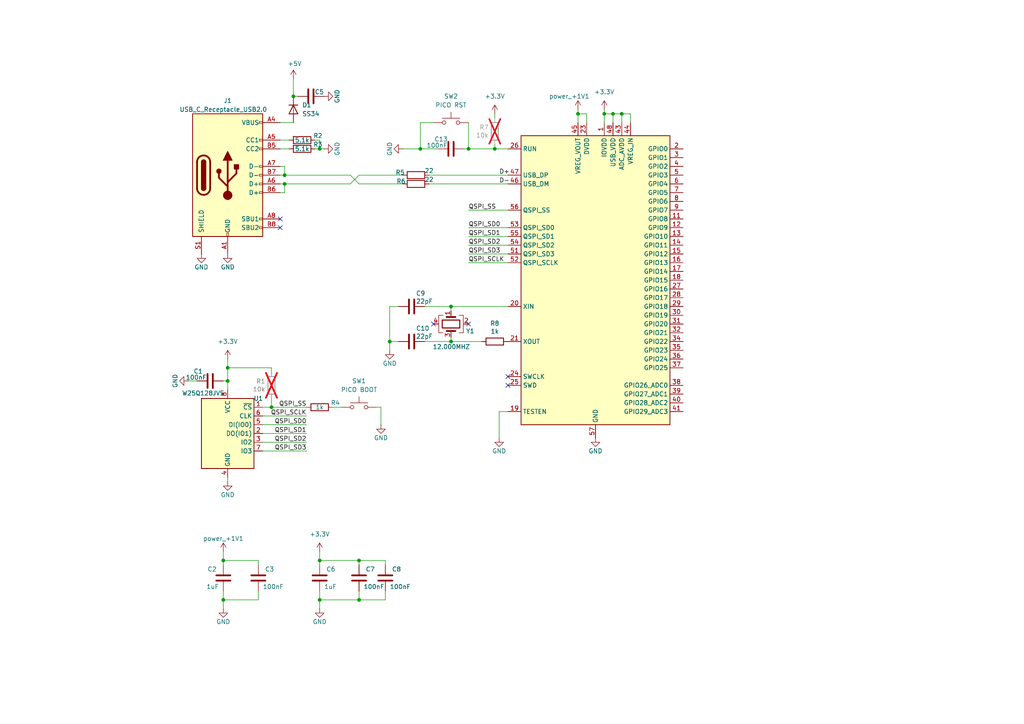
<source format=kicad_sch>
(kicad_sch (version 20231120) (generator "eeschema") (generator_version "8.0")
  (paper "A4")
  (lib_symbols
    (symbol "Connector:USB_C_Receptacle_USB2.0" (pin_names (offset 1.016))
      (property "Reference" "J" (at -10.16 19.05 0))
      (property "Value" "USB_C_Receptacle_USB2.0" (at 19.05 19.05 0))
      (symbol "USB_C_Receptacle_USB2.0_0_0"
        (rectangle (start -0.254 -17.78) (end 0.254 -16.764))
        (rectangle (start 10.16 -14.986) (end 9.144 -15.494))
        (rectangle (start 10.16 -12.446) (end 9.144 -12.954))
        (rectangle (start 10.16 -4.826) (end 9.144 -5.334))
        (rectangle (start 10.16 -2.286) (end 9.144 -2.794))
        (rectangle (start 10.16 0.254) (end 9.144 -0.254))
        (rectangle (start 10.16 2.794) (end 9.144 2.286))
        (rectangle (start 10.16 7.874) (end 9.144 7.366))
        (rectangle (start 10.16 10.414) (end 9.144 9.906))
        (rectangle (start 10.16 15.494) (end 9.144 14.986))
      )
      (symbol "USB_C_Receptacle_USB2.0_0_1"
        (rectangle (start -10.16 17.78) (end 10.16 -17.78) (stroke (width 0.254)) (fill (type background)))
        (arc (start -8.89 -3.81) (mid -6.985 -5.7067) (end -5.08 -3.81) (stroke (width 0.508)))
        (arc (start -7.62 -3.81) (mid -6.985 -4.4423) (end -6.35 -3.81) (stroke (width 0.254)))
        (arc (start -7.62 -3.81) (mid -6.985 -4.4423) (end -6.35 -3.81) (stroke (width 0.254)) (fill (type outline)))
        (rectangle (start -7.62 -3.81) (end -6.35 3.81) (stroke (width 0.254)) (fill (type outline)))
        (arc (start -6.35 3.81) (mid -6.985 4.4423) (end -7.62 3.81) (stroke (width 0.254)))
        (arc (start -6.35 3.81) (mid -6.985 4.4423) (end -7.62 3.81) (stroke (width 0.254)) (fill (type outline)))
        (arc (start -5.08 3.81) (mid -6.985 5.7067) (end -8.89 3.81) (stroke (width 0.508)))
        (circle (center -2.54 1.143) (radius 0.635) (stroke (width 0.254)) (fill (type outline)))
        (circle (center 0 -5.842) (radius 1.27) (fill (type outline)))
        (polyline (pts (xy -8.89 -3.81) (xy -8.89 3.81)) (stroke (width 0.508)))
        (polyline (pts (xy -5.08 3.81) (xy -5.08 -3.81)) (stroke (width 0.508)))
        (polyline (pts (xy 0 -5.842) (xy 0 4.318)) (stroke (width 0.508)))
        (polyline (pts (xy 0 -3.302) (xy -2.54 -0.762) (xy -2.54 0.508)) (stroke (width 0.508)))
        (polyline (pts (xy 0 -2.032) (xy 2.54 0.508) (xy 2.54 1.778)) (stroke (width 0.508)))
        (polyline (pts (xy -1.27 4.318) (xy 0 6.858) (xy 1.27 4.318) (xy -1.27 4.318)) (stroke (width 0.254)) (fill (type outline)))
        (rectangle (start 1.905 1.778) (end 3.175 3.048) (stroke (width 0.254)) (fill (type outline)))
      )
      (symbol "USB_C_Receptacle_USB2.0_1_1"
        (pin passive line (at 0 -22.86 90) (length 5.08) (name "GND") (number "A1"))
        (pin passive line (at 0 -22.86 90) (length 5.08) hide (name "GND") (number "A12"))
        (pin passive line (at 15.24 15.24 180) (length 5.08) (name "VBUS") (number "A4"))
        (pin bidirectional line (at 15.24 10.16 180) (length 5.08) (name "CC1") (number "A5"))
        (pin bidirectional line (at 15.24 -2.54 180) (length 5.08) (name "D+") (number "A6"))
        (pin bidirectional line (at 15.24 2.54 180) (length 5.08) (name "D-") (number "A7"))
        (pin bidirectional line (at 15.24 -12.7 180) (length 5.08) (name "SBU1") (number "A8"))
        (pin passive line (at 15.24 15.24 180) (length 5.08) hide (name "VBUS") (number "A9"))
        (pin passive line (at 0 -22.86 90) (length 5.08) hide (name "GND") (number "B1"))
        (pin passive line (at 0 -22.86 90) (length 5.08) hide (name "GND") (number "B12"))
        (pin passive line (at 15.24 15.24 180) (length 5.08) hide (name "VBUS") (number "B4"))
        (pin bidirectional line (at 15.24 7.62 180) (length 5.08) (name "CC2") (number "B5"))
        (pin bidirectional line (at 15.24 -5.08 180) (length 5.08) (name "D+") (number "B6"))
        (pin bidirectional line (at 15.24 0 180) (length 5.08) (name "D-") (number "B7"))
        (pin bidirectional line (at 15.24 -15.24 180) (length 5.08) (name "SBU2") (number "B8"))
        (pin passive line (at 15.24 15.24 180) (length 5.08) hide (name "VBUS") (number "B9"))
        (pin passive line (at -7.62 -22.86 90) (length 5.08) (name "SHIELD") (number "S1"))
      )
    )
    (symbol "Device:C" (pin_numbers hide) (pin_names (offset 0.254))
      (property "Reference" "C" (at 0.635 2.54 0))
      (property "Value" "C" (at 0.635 -2.54 0))
      (symbol "C_0_1"
        (polyline (pts (xy -2.032 -0.762) (xy 2.032 -0.762)) (stroke (width 0.508)))
        (polyline (pts (xy -2.032 0.762) (xy 2.032 0.762)) (stroke (width 0.508)))
      )
      (symbol "C_1_1"
        (pin passive line (at 0 3.81 270) (length 2.794) (name "~") (number "1"))
        (pin passive line (at 0 -3.81 90) (length 2.794) (name "~") (number "2"))
      )
    )
    (symbol "Device:Crystal_GND24" (pin_names (offset 1.016) hide)
      (property "Reference" "Y" (at 3.175 5.08 0))
      (property "Value" "Crystal_GND24" (at 3.175 3.175 0))
      (symbol "Crystal_GND24_0_1"
        (rectangle (start -1.143 2.54) (end 1.143 -2.54) (stroke (width 0.3048)))
        (polyline (pts (xy -2.54 0) (xy -2.032 0)))
        (polyline (pts (xy -2.032 -1.27) (xy -2.032 1.27)) (stroke (width 0.508)))
        (polyline (pts (xy 0 -3.81) (xy 0 -3.556)))
        (polyline (pts (xy 0 3.556) (xy 0 3.81)))
        (polyline (pts (xy 2.032 -1.27) (xy 2.032 1.27)) (stroke (width 0.508)))
        (polyline (pts (xy 2.032 0) (xy 2.54 0)))
        (polyline (pts (xy -2.54 -2.286) (xy -2.54 -3.556) (xy 2.54 -3.556) (xy 2.54 -2.286)))
        (polyline (pts (xy -2.54 2.286) (xy -2.54 3.556) (xy 2.54 3.556) (xy 2.54 2.286)))
      )
      (symbol "Crystal_GND24_1_1"
        (pin passive line (at -3.81 0 0) (length 1.27) (name "1") (number "1"))
        (pin passive line (at 0 5.08 270) (length 1.27) (name "2") (number "2"))
        (pin passive line (at 3.81 0 180) (length 1.27) (name "3") (number "3"))
        (pin passive line (at 0 -5.08 90) (length 1.27) (name "4") (number "4"))
      )
    )
    (symbol "Device:D" (pin_numbers hide) (pin_names (offset 1.016) hide)
      (property "Reference" "D" (at 0 2.54 0))
      (property "Value" "D" (at 0 -2.54 0))
      (symbol "D_0_1"
        (polyline (pts (xy -1.27 1.27) (xy -1.27 -1.27)) (stroke (width 0.254)))
        (polyline (pts (xy 1.27 0) (xy -1.27 0)))
        (polyline (pts (xy 1.27 1.27) (xy 1.27 -1.27) (xy -1.27 0) (xy 1.27 1.27)) (stroke (width 0.254)))
      )
      (symbol "D_1_1"
        (pin passive line (at -3.81 0 0) (length 2.54) (name "K") (number "1"))
        (pin passive line (at 3.81 0 180) (length 2.54) (name "A") (number "2"))
      )
    )
    (symbol "Device:R" (pin_numbers hide) (pin_names (offset 0))
      (property "Reference" "R" (at 2.032 0 90))
      (property "Value" "R" (at 0 0 90))
      (symbol "R_0_1"
        (rectangle (start -1.016 -2.54) (end 1.016 2.54) (stroke (width 0.254)))
      )
      (symbol "R_1_1"
        (pin passive line (at 0 3.81 270) (length 1.27) (name "~") (number "1"))
        (pin passive line (at 0 -3.81 90) (length 1.27) (name "~") (number "2"))
      )
    )
    (symbol "MCU_RaspberryPi:RP2040"
      (property "Reference" "U" (at 17.78 45.72 0))
      (property "Value" "RP2040" (at 17.78 43.18 0))
      (symbol "RP2040_0_1"
        (rectangle (start -21.59 41.91) (end 21.59 -41.91) (stroke (width 0.254)) (fill (type background)))
      )
      (symbol "RP2040_1_1"
        (pin power_in line (at 2.54 45.72 270) (length 3.81) (name "IOVDD") (number "1"))
        (pin passive line (at 2.54 45.72 270) (length 3.81) hide (name "IOVDD") (number "10"))
        (pin bidirectional line (at 25.4 17.78 180) (length 3.81) (name "GPIO8") (number "11"))
        (pin bidirectional line (at 25.4 15.24 180) (length 3.81) (name "GPIO9") (number "12"))
        (pin bidirectional line (at 25.4 12.7 180) (length 3.81) (name "GPIO10") (number "13"))
        (pin bidirectional line (at 25.4 10.16 180) (length 3.81) (name "GPIO11") (number "14"))
        (pin bidirectional line (at 25.4 7.62 180) (length 3.81) (name "GPIO12") (number "15"))
        (pin bidirectional line (at 25.4 5.08 180) (length 3.81) (name "GPIO13") (number "16"))
        (pin bidirectional line (at 25.4 2.54 180) (length 3.81) (name "GPIO14") (number "17"))
        (pin bidirectional line (at 25.4 0 180) (length 3.81) (name "GPIO15") (number "18"))
        (pin input line (at -25.4 -38.1 0) (length 3.81) (name "TESTEN") (number "19"))
        (pin bidirectional line (at 25.4 38.1 180) (length 3.81) (name "GPIO0") (number "2"))
        (pin input line (at -25.4 -7.62 0) (length 3.81) (name "XIN") (number "20"))
        (pin passive line (at -25.4 -17.78 0) (length 3.81) (name "XOUT") (number "21"))
        (pin passive line (at 2.54 45.72 270) (length 3.81) hide (name "IOVDD") (number "22"))
        (pin power_in line (at -2.54 45.72 270) (length 3.81) (name "DVDD") (number "23"))
        (pin input line (at -25.4 -27.94 0) (length 3.81) (name "SWCLK") (number "24"))
        (pin bidirectional line (at -25.4 -30.48 0) (length 3.81) (name "SWD") (number "25"))
        (pin input line (at -25.4 38.1 0) (length 3.81) (name "RUN") (number "26"))
        (pin bidirectional line (at 25.4 -2.54 180) (length 3.81) (name "GPIO16") (number "27"))
        (pin bidirectional line (at 25.4 -5.08 180) (length 3.81) (name "GPIO17") (number "28"))
        (pin bidirectional line (at 25.4 -7.62 180) (length 3.81) (name "GPIO18") (number "29"))
        (pin bidirectional line (at 25.4 35.56 180) (length 3.81) (name "GPIO1") (number "3"))
        (pin bidirectional line (at 25.4 -10.16 180) (length 3.81) (name "GPIO19") (number "30"))
        (pin bidirectional line (at 25.4 -12.7 180) (length 3.81) (name "GPIO20") (number "31"))
        (pin bidirectional line (at 25.4 -15.24 180) (length 3.81) (name "GPIO21") (number "32"))
        (pin passive line (at 2.54 45.72 270) (length 3.81) hide (name "IOVDD") (number "33"))
        (pin bidirectional line (at 25.4 -17.78 180) (length 3.81) (name "GPIO22") (number "34"))
        (pin bidirectional line (at 25.4 -20.32 180) (length 3.81) (name "GPIO23") (number "35"))
        (pin bidirectional line (at 25.4 -22.86 180) (length 3.81) (name "GPIO24") (number "36"))
        (pin bidirectional line (at 25.4 -25.4 180) (length 3.81) (name "GPIO25") (number "37"))
        (pin bidirectional line (at 25.4 -30.48 180) (length 3.81) (name "GPIO26_ADC0") (number "38"))
        (pin bidirectional line (at 25.4 -33.02 180) (length 3.81) (name "GPIO27_ADC1") (number "39"))
        (pin bidirectional line (at 25.4 33.02 180) (length 3.81) (name "GPIO2") (number "4"))
        (pin bidirectional line (at 25.4 -35.56 180) (length 3.81) (name "GPIO28_ADC2") (number "40"))
        (pin bidirectional line (at 25.4 -38.1 180) (length 3.81) (name "GPIO29_ADC3") (number "41"))
        (pin passive line (at 2.54 45.72 270) (length 3.81) hide (name "IOVDD") (number "42"))
        (pin power_in line (at 7.62 45.72 270) (length 3.81) (name "ADC_AVDD") (number "43"))
        (pin power_in line (at 10.16 45.72 270) (length 3.81) (name "VREG_IN") (number "44"))
        (pin power_out line (at -5.08 45.72 270) (length 3.81) (name "VREG_VOUT") (number "45"))
        (pin bidirectional line (at -25.4 27.94 0) (length 3.81) (name "USB_DM") (number "46"))
        (pin bidirectional line (at -25.4 30.48 0) (length 3.81) (name "USB_DP") (number "47"))
        (pin power_in line (at 5.08 45.72 270) (length 3.81) (name "USB_VDD") (number "48"))
        (pin passive line (at 2.54 45.72 270) (length 3.81) hide (name "IOVDD") (number "49"))
        (pin bidirectional line (at 25.4 30.48 180) (length 3.81) (name "GPIO3") (number "5"))
        (pin passive line (at -2.54 45.72 270) (length 3.81) hide (name "DVDD") (number "50"))
        (pin bidirectional line (at -25.4 7.62 0) (length 3.81) (name "QSPI_SD3") (number "51"))
        (pin output line (at -25.4 5.08 0) (length 3.81) (name "QSPI_SCLK") (number "52"))
        (pin bidirectional line (at -25.4 15.24 0) (length 3.81) (name "QSPI_SD0") (number "53"))
        (pin bidirectional line (at -25.4 10.16 0) (length 3.81) (name "QSPI_SD2") (number "54"))
        (pin bidirectional line (at -25.4 12.7 0) (length 3.81) (name "QSPI_SD1") (number "55"))
        (pin bidirectional line (at -25.4 20.32 0) (length 3.81) (name "QSPI_SS") (number "56"))
        (pin power_in line (at 0 -45.72 90) (length 3.81) (name "GND") (number "57"))
        (pin bidirectional line (at 25.4 27.94 180) (length 3.81) (name "GPIO4") (number "6"))
        (pin bidirectional line (at 25.4 25.4 180) (length 3.81) (name "GPIO5") (number "7"))
        (pin bidirectional line (at 25.4 22.86 180) (length 3.81) (name "GPIO6") (number "8"))
        (pin bidirectional line (at 25.4 20.32 180) (length 3.81) (name "GPIO7") (number "9"))
      )
    )
    (symbol "Memory_Flash:W25Q128JVS"
      (property "Reference" "U" (at -8.89 8.89 0))
      (property "Value" "W25Q128JVS" (at 7.62 8.89 0))
      (symbol "W25Q128JVS_0_1"
        (rectangle (start -7.62 10.16) (end 7.62 -10.16) (stroke (width 0.254)) (fill (type background)))
      )
      (symbol "W25Q128JVS_1_1"
        (pin input line (at -10.16 7.62 0) (length 2.54) (name "~{CS}") (number "1"))
        (pin bidirectional line (at -10.16 0 0) (length 2.54) (name "DO(IO1)") (number "2"))
        (pin bidirectional line (at -10.16 -2.54 0) (length 2.54) (name "IO2") (number "3"))
        (pin power_in line (at 0 -12.7 90) (length 2.54) (name "GND") (number "4"))
        (pin bidirectional line (at -10.16 2.54 0) (length 2.54) (name "DI(IO0)") (number "5"))
        (pin input line (at -10.16 5.08 0) (length 2.54) (name "CLK") (number "6"))
        (pin bidirectional line (at -10.16 -5.08 0) (length 2.54) (name "IO3") (number "7"))
        (pin power_in line (at 0 12.7 270) (length 2.54) (name "VCC") (number "8"))
      )
    )
    (symbol "Switch:SW_Push" (pin_numbers hide) (pin_names (offset 1.016) hide)
      (property "Reference" "SW" (at 1.27 2.54 0))
      (property "Value" "SW_Push" (at 0 -1.524 0))
      (symbol "SW_Push_0_1"
        (circle (center -2.032 0) (radius 0.508))
        (polyline (pts (xy 0 1.27) (xy 0 3.048)))
        (polyline (pts (xy 2.54 1.27) (xy -2.54 1.27)))
        (circle (center 2.032 0) (radius 0.508))
        (pin passive line (at -5.08 0 0) (length 2.54) (name "1") (number "1"))
        (pin passive line (at 5.08 0 180) (length 2.54) (name "2") (number "2"))
      )
    )
    (symbol "basic-ecp5-pcb-rescue:+1V1-power" (power) (pin_names (offset 0))
      (property "Value" "power_+1V1" (at 0 3.556 0))
      (symbol "+1V1-power_0_1"
        (polyline (pts (xy -0.762 1.27) (xy 0 2.54)))
        (polyline (pts (xy 0 0) (xy 0 2.54)))
        (polyline (pts (xy 0 2.54) (xy 0.762 1.27)))
      )
      (symbol "+1V1-power_1_1"
        (pin power_in line (at 0 0 90) (length 0) hide (name "+1V1") (number "1"))
      )
    )
    (symbol "basic-ecp5-pcb-rescue:+5V-power" (power) (pin_names (offset 0))
      (property "Value" "power_+5V" (at 0 3.556 0))
      (symbol "+5V-power_0_1"
        (polyline (pts (xy -0.762 1.27) (xy 0 2.54)))
        (polyline (pts (xy 0 0) (xy 0 2.54)))
        (polyline (pts (xy 0 2.54) (xy 0.762 1.27)))
      )
      (symbol "+5V-power_1_1"
        (pin power_in line (at 0 0 90) (length 0) hide (name "+5V") (number "1"))
      )
    )
    (symbol "power:+3.3V" (power) (pin_numbers hide) (pin_names (offset 0) hide)
      (property "Value" "+3.3V" (at 0 3.556 0))
      (symbol "+3.3V_0_1"
        (polyline (pts (xy -0.762 1.27) (xy 0 2.54)))
        (polyline (pts (xy 0 0) (xy 0 2.54)))
        (polyline (pts (xy 0 2.54) (xy 0.762 1.27)))
      )
      (symbol "+3.3V_1_1"
        (pin power_in line (at 0 0 90) (length 0) (name "~") (number "1"))
      )
    )
    (symbol "power:GND" (power) (pin_numbers hide) (pin_names (offset 0) hide)
      (property "Value" "GND" (at 0 -3.81 0))
      (symbol "GND_0_1"
        (polyline (pts (xy 0 0) (xy 0 -1.27) (xy 1.27 -1.27) (xy 0 -2.54) (xy -1.27 -1.27) (xy 0 -1.27)))
      )
      (symbol "GND_1_1"
        (pin power_in line (at 0 0 270) (length 0) (name "~") (number "1"))
      )
    )
  )
  (junction (at 64.77 173.99))
  (junction (at 143.51 43.18))
  (junction (at 92.71 173.99))
  (junction (at 92.71 43.18))
  (junction (at 130.81 99.06))
  (junction (at 92.71 162.56))
  (junction (at 130.81 88.9))
  (junction (at 66.04 106.68))
  (junction (at 78.74 118.11))
  (junction (at 177.8 33.02))
  (junction (at 82.55 53.34))
  (junction (at 175.26 33.02))
  (junction (at 66.04 110.49))
  (junction (at 113.03 99.06))
  (junction (at 64.77 162.56))
  (junction (at 104.14 173.99))
  (junction (at 167.64 33.02))
  (junction (at 121.92 43.18))
  (junction (at 104.14 162.56))
  (junction (at 135.89 43.18))
  (junction (at 85.09 27.94))
  (junction (at 180.34 33.02))
  (junction (at 82.55 50.8))
  (no_connect (at 135.89 93.98))
  (no_connect (at 81.28 63.5))
  (no_connect (at 81.28 66.04))
  (no_connect (at 147.32 111.76))
  (no_connect (at 147.32 109.22))
  (no_connect (at 125.73 93.98))
  (wire (pts (xy 180.34 33.02) (xy 177.8 33.02)))
  (wire (pts (xy 74.93 171.45) (xy 74.93 173.99)))
  (wire (pts (xy 104.14 171.45) (xy 104.14 173.99)))
  (wire (pts (xy 130.81 99.06) (xy 139.7 99.06)))
  (wire (pts (xy 123.19 88.9) (xy 130.81 88.9)))
  (wire (pts (xy 83.82 43.18) (xy 81.28 43.18)))
  (wire (pts (xy 81.28 35.56) (xy 85.09 35.56)))
  (wire (pts (xy 82.55 50.8) (xy 81.28 50.8)))
  (wire (pts (xy 113.03 99.06) (xy 113.03 101.6)))
  (wire (pts (xy 182.88 33.02) (xy 180.34 33.02)))
  (wire (pts (xy 144.78 119.38) (xy 147.32 119.38)))
  (wire (pts (xy 92.71 176.53) (xy 92.71 173.99)))
  (wire (pts (xy 64.77 173.99) (xy 64.77 171.45)))
  (wire (pts (xy 170.18 33.02) (xy 167.64 33.02)))
  (wire (pts (xy 111.76 171.45) (xy 111.76 173.99)))
  (wire (pts (xy 180.34 33.02) (xy 180.34 35.56)))
  (wire (pts (xy 121.92 43.18) (xy 121.92 35.56)))
  (wire (pts (xy 85.09 27.94) (xy 85.09 22.86)))
  (wire (pts (xy 101.6 53.34) (xy 104.14 50.8)))
  (wire (pts (xy 104.14 162.56) (xy 111.76 162.56)))
  (wire (pts (xy 64.77 162.56) (xy 74.93 162.56)))
  (wire (pts (xy 110.49 118.11) (xy 109.22 118.11)))
  (wire (pts (xy 66.04 110.49) (xy 66.04 113.03)))
  (wire (pts (xy 78.74 107.95) (xy 78.74 106.68)))
  (wire (pts (xy 66.04 104.14) (xy 66.04 106.68)))
  (wire (pts (xy 110.49 123.19) (xy 110.49 118.11)))
  (wire (pts (xy 76.2 130.81) (xy 88.9 130.81)))
  (wire (pts (xy 175.26 33.02) (xy 175.26 35.56)))
  (wire (pts (xy 99.06 118.11) (xy 96.52 118.11)))
  (wire (pts (xy 88.9 120.65) (xy 76.2 120.65)))
  (wire (pts (xy 130.81 88.9) (xy 147.32 88.9)))
  (wire (pts (xy 64.77 110.49) (xy 66.04 110.49)))
  (wire (pts (xy 66.04 138.43) (xy 66.04 139.7)))
  (wire (pts (xy 81.28 55.88) (xy 82.55 55.88)))
  (wire (pts (xy 175.26 31.75) (xy 175.26 33.02)))
  (wire (pts (xy 177.8 33.02) (xy 175.26 33.02)))
  (wire (pts (xy 104.14 162.56) (xy 104.14 163.83)))
  (wire (pts (xy 135.89 73.66) (xy 147.32 73.66)))
  (wire (pts (xy 143.51 33.02) (xy 143.51 34.29)))
  (wire (pts (xy 130.81 90.17) (xy 130.81 88.9)))
  (wire (pts (xy 82.55 53.34) (xy 101.6 53.34)))
  (wire (pts (xy 135.89 68.58) (xy 147.32 68.58)))
  (wire (pts (xy 167.64 31.75) (xy 167.64 33.02)))
  (wire (pts (xy 144.78 127) (xy 144.78 119.38)))
  (wire (pts (xy 64.77 160.02) (xy 64.77 162.56)))
  (wire (pts (xy 81.28 48.26) (xy 82.55 48.26)))
  (wire (pts (xy 92.71 162.56) (xy 92.71 163.83)))
  (wire (pts (xy 92.71 173.99) (xy 92.71 171.45)))
  (wire (pts (xy 92.71 160.02) (xy 92.71 162.56)))
  (wire (pts (xy 135.89 71.12) (xy 147.32 71.12)))
  (wire (pts (xy 76.2 123.19) (xy 88.9 123.19)))
  (wire (pts (xy 88.9 118.11) (xy 78.74 118.11)))
  (wire (pts (xy 74.93 173.99) (xy 64.77 173.99)))
  (wire (pts (xy 135.89 66.04) (xy 147.32 66.04)))
  (wire (pts (xy 92.71 162.56) (xy 104.14 162.56)))
  (wire (pts (xy 111.76 173.99) (xy 104.14 173.99)))
  (wire (pts (xy 135.89 43.18) (xy 143.51 43.18)))
  (wire (pts (xy 64.77 162.56) (xy 64.77 163.83)))
  (wire (pts (xy 76.2 118.11) (xy 78.74 118.11)))
  (wire (pts (xy 83.82 40.64) (xy 81.28 40.64)))
  (wire (pts (xy 135.89 35.56) (xy 135.89 43.18)))
  (wire (pts (xy 104.14 53.34) (xy 101.6 50.8)))
  (wire (pts (xy 123.19 99.06) (xy 130.81 99.06)))
  (wire (pts (xy 115.57 88.9) (xy 113.03 88.9)))
  (wire (pts (xy 124.46 50.8) (xy 147.32 50.8)))
  (wire (pts (xy 81.28 53.34) (xy 82.55 53.34)))
  (wire (pts (xy 82.55 50.8) (xy 101.6 50.8)))
  (wire (pts (xy 104.14 50.8) (xy 116.84 50.8)))
  (wire (pts (xy 135.89 60.96) (xy 147.32 60.96)))
  (wire (pts (xy 91.44 40.64) (xy 92.71 40.64)))
  (wire (pts (xy 143.51 43.18) (xy 143.51 41.91)))
  (wire (pts (xy 111.76 162.56) (xy 111.76 163.83)))
  (wire (pts (xy 91.44 43.18) (xy 92.71 43.18)))
  (wire (pts (xy 116.84 43.18) (xy 121.92 43.18)))
  (wire (pts (xy 76.2 125.73) (xy 88.9 125.73)))
  (wire (pts (xy 130.81 97.79) (xy 130.81 99.06)))
  (wire (pts (xy 135.89 76.2) (xy 147.32 76.2)))
  (wire (pts (xy 167.64 33.02) (xy 167.64 35.56)))
  (wire (pts (xy 104.14 173.99) (xy 92.71 173.99)))
  (wire (pts (xy 121.92 35.56) (xy 125.73 35.56)))
  (wire (pts (xy 74.93 162.56) (xy 74.93 163.83)))
  (wire (pts (xy 78.74 106.68) (xy 66.04 106.68)))
  (wire (pts (xy 134.62 43.18) (xy 135.89 43.18)))
  (wire (pts (xy 121.92 43.18) (xy 127 43.18)))
  (wire (pts (xy 177.8 33.02) (xy 177.8 35.56)))
  (wire (pts (xy 147.32 53.34) (xy 124.46 53.34)))
  (wire (pts (xy 92.71 40.64) (xy 92.71 43.18)))
  (wire (pts (xy 66.04 106.68) (xy 66.04 110.49)))
  (wire (pts (xy 147.32 43.18) (xy 143.51 43.18)))
  (wire (pts (xy 113.03 88.9) (xy 113.03 99.06)))
  (wire (pts (xy 170.18 35.56) (xy 170.18 33.02)))
  (wire (pts (xy 92.71 43.18) (xy 93.98 43.18)))
  (wire (pts (xy 64.77 176.53) (xy 64.77 173.99)))
  (wire (pts (xy 116.84 53.34) (xy 104.14 53.34)))
  (wire (pts (xy 54.61 110.49) (xy 57.15 110.49)))
  (wire (pts (xy 78.74 118.11) (xy 78.74 115.57)))
  (wire (pts (xy 76.2 128.27) (xy 88.9 128.27)))
  (wire (pts (xy 82.55 53.34) (xy 82.55 55.88)))
  (wire (pts (xy 85.09 27.94) (xy 86.36 27.94)))
  (wire (pts (xy 115.57 99.06) (xy 113.03 99.06)))
  (wire (pts (xy 82.55 48.26) (xy 82.55 50.8)))
  (wire (pts (xy 182.88 35.56) (xy 182.88 33.02)))
  (label "QSPI_SD1" (at 88.9 125.73 180))
  (label "QSPI_SS" (at 88.9 118.11 180))
  (label "D-" (at 144.78 53.34 0))
  (label "QSPI_SD0" (at 135.89 66.04 0))
  (label "D+" (at 144.78 50.8 0))
  (label "QSPI_SD1" (at 135.89 68.58 0))
  (label "QSPI_SD3" (at 135.89 73.66 0))
  (label "QSPI_SD2" (at 135.89 71.12 0))
  (label "QSPI_SD3" (at 88.9 130.81 180))
  (label "QSPI_SCLK" (at 135.89 76.2 0))
  (label "QSPI_SD0" (at 88.9 123.19 180))
  (label "QSPI_SS" (at 135.89 60.96 0))
  (label "QSPI_SCLK" (at 88.9 120.65 180))
  (label "QSPI_SD2" (at 88.9 128.27 180))
  (symbol (lib_id "Device:C") (at 92.71 167.64 0) (unit 1)
    (property "Reference" "C6" (at 94.615 165.1 0) (effects (justify left)))
    (property "Value" "1uF" (at 93.98 170.18 0) (effects (justify left)))
    (property "Footprint" "Capacitor_SMD:C_0402_1005Metric" (effects (hide yes)))
    (property "Description" "Unpolarized capacitor" (effects (hide yes)))
    (property "PN" "C0603C105K3PAC7411" (effects (hide yes)))
    (property "JLCPCB Part#(optional)" "C52923" (effects (hide yes)))
  )
  (symbol (lib_id "Device:R") (at 120.65 53.34 270) (unit 1)
    (property "Reference" "R6" (at 116.332 52.578 90))
    (property "Value" "22" (at 124.46 52.07 90))
    (property "Footprint" "Resistor_SMD:R_0402_1005Metric" (effects (hide yes)))
    (property "Description" "Resistor" (effects (hide yes)))
    (property "PN" "-" (effects (hide yes)))
    (property "JLCPCB Part#(optional)" "C25092" (effects (hide yes)))
  )
  (symbol (lib_id "basic-ecp5-pcb-rescue:+1V1-power") (at 64.77 160.02 0) (unit 1)
    (property "Reference" "#PWR03" (effects (hide yes)))
    (property "Value" "power_+1V1" (at 64.77 156.21 0))
  )
  (symbol (lib_id "Device:R") (at 143.51 38.1 0) (mirror y) (unit 1) (dnp yes)
    (property "Reference" "R7" (at 141.732 36.9316 0) (effects (justify left)))
    (property "Value" "10k" (at 141.732 39.243 0) (effects (justify left)))
    (property "Footprint" "Resistor_SMD:R_0402_1005Metric" (effects (hide yes)))
    (property "Description" "Resistor" (effects (hide yes)))
    (property "PN" "RC0603JR-0710KL" (effects (hide yes)))
    (property "JLCPCB Part#(optional)" "C25744" (effects (hide yes)))
  )
  (symbol (lib_id "power:GND") (at 58.42 73.66 0) (unit 1)
    (property "Reference" "#PWR02" (effects (hide yes)))
    (property "Value" "GND" (at 58.42 77.47 0))
    (property "Description" "Power symbol creates a global label with name \"GND\" , ground" (effects (hide yes)))
  )
  (symbol (lib_id "power:GND") (at 93.98 27.94 90) (unit 1)
    (property "Reference" "#PWR011" (effects (hide yes)))
    (property "Value" "GND" (at 97.79 27.94 0))
    (property "Description" "Power symbol creates a global label with name \"GND\" , ground" (effects (hide yes)))
  )
  (symbol (lib_id "Device:Crystal_GND24") (at 130.81 93.98 270) (unit 1)
    (property "Reference" "Y1" (at 135.128 96.012 90) (effects (justify left)))
    (property "Value" "12.000MHZ" (at 125.476 100.584 90) (effects (justify left)))
    (property "Footprint" "Crystal:Crystal_SMD_Abracon_ABM10-4Pin_2.5x2.0mm" (effects (hide yes)))
    (property "Description" "Four pin crystal, GND on pins 2 and 4" (effects (hide yes)))
    (property "PN" "X252012MMB4SI-24" (effects (hide yes)))
    (property "JLCPCB Part#(optional)" "C284155" (effects (hide yes)))
  )
  (symbol (lib_id "Device:C") (at 74.93 167.64 0) (unit 1)
    (property "Reference" "C3" (at 76.835 165.1 0) (effects (justify left)))
    (property "Value" "100nF" (at 76.2 170.18 0) (effects (justify left)))
    (property "Footprint" "Capacitor_SMD:C_0402_1005Metric" (effects (hide yes)))
    (property "Description" "Unpolarized capacitor" (effects (hide yes)))
    (property "PN" "VJ0603Y104JXJAC" (effects (hide yes)))
    (property "JLCPCB Part#(optional)" "C1525" (effects (hide yes)))
  )
  (symbol (lib_id "power:GND") (at 66.04 139.7 0) (mirror y) (unit 1)
    (property "Reference" "#PWR07" (effects (hide yes)))
    (property "Value" "GND" (at 66.04 143.51 0))
    (property "Description" "Power symbol creates a global label with name \"GND\" , ground" (effects (hide yes)))
  )
  (symbol (lib_id "Switch:SW_Push") (at 104.14 118.11 0) (mirror y) (unit 1)
    (property "Reference" "SW1" (at 104.14 110.49 0))
    (property "Value" "PICO BOOT" (at 104.14 113.03 0))
    (property "Footprint" "Button_Switch_SMD:SW_SPST_B3U-1000P" (effects (hide yes)))
    (property "Description" "Push button switch, generic, two pins" (effects (hide yes)))
    (property "JLCPCB Part#(optional)" "C231329" (effects (hide yes)))
  )
  (symbol (lib_id "Device:R") (at 143.51 99.06 270) (unit 1)
    (property "Reference" "R8" (at 143.51 93.8022 90))
    (property "Value" "1k" (at 143.51 96.1136 90))
    (property "Footprint" "Resistor_SMD:R_0402_1005Metric" (effects (hide yes)))
    (property "Description" "Resistor" (effects (hide yes)))
    (property "PN" "RC0603JR-071KL" (effects (hide yes)))
    (property "JLCPCB Part#(optional)" "C11702" (effects (hide yes)))
  )
  (symbol (lib_id "Switch:SW_Push") (at 130.81 35.56 0) (mirror y) (unit 1)
    (property "Reference" "SW2" (at 130.81 27.94 0))
    (property "Value" "PICO RST" (at 130.81 30.48 0))
    (property "Footprint" "Button_Switch_SMD:SW_SPST_B3U-1000P" (effects (hide yes)))
    (property "Description" "Push button switch, generic, two pins" (effects (hide yes)))
    (property "JLCPCB Part#(optional)" "C231329" (effects (hide yes)))
  )
  (symbol (lib_id "basic-ecp5-pcb-rescue:+1V1-power") (at 167.64 31.75 0) (unit 1)
    (property "Reference" "#PWR018" (effects (hide yes)))
    (property "Value" "power_+1V1" (at 165.1 27.94 0))
  )
  (symbol (lib_id "Device:R") (at 87.63 40.64 90) (mirror x) (unit 1)
    (property "Reference" "R2" (at 92.202 39.37 90))
    (property "Value" "5.1k" (at 87.63 40.64 90))
    (property "Footprint" "Resistor_SMD:R_0402_1005Metric" (effects (hide yes)))
    (property "Description" "Resistor" (effects (hide yes)))
    (property "JLCPCB Part#(optional)" "C25905" (effects (hide yes)))
  )
  (symbol (lib_id "power:GND") (at 110.49 123.19 0) (mirror y) (unit 1)
    (property "Reference" "#PWR013" (effects (hide yes)))
    (property "Value" "GND" (at 110.49 127 0))
    (property "Description" "Power symbol creates a global label with name \"GND\" , ground" (effects (hide yes)))
  )
  (symbol (lib_id "Device:C") (at 64.77 167.64 0) (mirror y) (unit 1)
    (property "Reference" "C2" (at 62.865 165.1 0) (effects (justify left)))
    (property "Value" "1uF" (at 63.5 170.18 0) (effects (justify left)))
    (property "Footprint" "Capacitor_SMD:C_0402_1005Metric" (effects (hide yes)))
    (property "Description" "Unpolarized capacitor" (effects (hide yes)))
    (property "PN" "C0603C105K3PAC7411" (effects (hide yes)))
    (property "JLCPCB Part#(optional)" "C52923" (effects (hide yes)))
  )
  (symbol (lib_id "Connector:USB_C_Receptacle_USB2.0") (at 66.04 50.8 0) (unit 1)
    (property "Reference" "J1" (at 66.04 29.21 0))
    (property "Value" "USB_C_Receptacle_USB2.0" (at 64.77 31.75 0))
    (property "Footprint" "Connector_USB:USB_C_Receptacle_HRO_TYPE-C-31-M-12" (effects (hide yes)))
    (property "Datasheet" "https://www.usb.org/sites/default/files/documents/usb_type-c.zip" (effects (hide yes)))
    (property "PN" "12402012E212A" (effects (hide yes)))
    (property "JLCPCB Part#(optional)" "C165948" (effects (hide yes)))
  )
  (symbol (lib_id "Device:C") (at 130.81 43.18 270) (unit 1)
    (property "Reference" "C13" (at 125.984 40.386 90) (effects (justify left)))
    (property "Value" "100nF" (at 123.698 42.164 90) (effects (justify left)))
    (property "Footprint" "Capacitor_SMD:C_0402_1005Metric" (effects (hide yes)))
    (property "Description" "Unpolarized capacitor" (effects (hide yes)))
    (property "PN" "VJ0603Y104JXJAC" (effects (hide yes)))
    (property "JLCPCB Part#(optional)" "C1525" (effects (hide yes)))
  )
  (symbol (lib_id "Device:R") (at 92.71 118.11 90) (mirror x) (unit 1)
    (property "Reference" "R4" (at 97.282 116.84 90))
    (property "Value" "1k" (at 92.71 118.11 90))
    (property "Footprint" "Resistor_SMD:R_0402_1005Metric" (effects (hide yes)))
    (property "Description" "Resistor" (effects (hide yes)))
    (property "PN" "RC0603JR-071KL" (effects (hide yes)))
    (property "JLCPCB Part#(optional)" "C11702" (effects (hide yes)))
  )
  (symbol (lib_id "Device:C") (at 119.38 99.06 270) (unit 1)
    (property "Reference" "C10" (at 120.65 95.25 90) (effects (justify left)))
    (property "Value" "22pF" (at 120.65 97.5614 90) (effects (justify left)))
    (property "Footprint" "Capacitor_SMD:C_0402_1005Metric" (effects (hide yes)))
    (property "Description" "Unpolarized capacitor" (effects (hide yes)))
    (property "PN" "CC0603JRNPO8BN219" (effects (hide yes)))
    (property "JLCPCB Part#(optional)" "C1555" (effects (hide yes)))
  )
  (symbol (lib_id "Device:C") (at 60.96 110.49 270) (unit 1)
    (property "Reference" "C1" (at 56.134 107.696 90) (effects (justify left)))
    (property "Value" "100nF" (at 53.848 109.474 90) (effects (justify left)))
    (property "Footprint" "Capacitor_SMD:C_0402_1005Metric" (effects (hide yes)))
    (property "Description" "Unpolarized capacitor" (effects (hide yes)))
    (property "PN" "VJ0603Y104JXJAC" (effects (hide yes)))
    (property "JLCPCB Part#(optional)" "C1525" (effects (hide yes)))
  )
  (symbol (lib_id "Device:R") (at 87.63 43.18 90) (mirror x) (unit 1)
    (property "Reference" "R3" (at 92.202 41.91 90))
    (property "Value" "5.1k" (at 87.63 43.18 90))
    (property "Footprint" "Resistor_SMD:R_0402_1005Metric" (effects (hide yes)))
    (property "Description" "Resistor" (effects (hide yes)))
    (property "JLCPCB Part#(optional)" "C25905" (effects (hide yes)))
  )
  (symbol (lib_id "power:+3.3V") (at 175.26 31.75 0) (unit 1)
    (property "Reference" "#PWR020" (effects (hide yes)))
    (property "Value" "+3.3V" (at 175.26 26.67 0))
    (property "Description" "Power symbol creates a global label with name \"+3.3V\"" (effects (hide yes)))
  )
  (symbol (lib_id "basic-ecp5-pcb-rescue:+5V-power") (at 85.09 22.86 0) (unit 1)
    (property "Reference" "#PWR08" (effects (hide yes)))
    (property "Value" "+5V" (at 85.471 18.4658 0))
  )
  (symbol (lib_id "MCU_RaspberryPi:RP2040") (at 172.72 81.28 0) (unit 1)
    (property "Reference" "U2" (effects (hide yes)))
    (property "Value" "RP2040" (effects (hide yes)))
    (property "Footprint" "Package_DFN_QFN:QFN-56-1EP_7x7mm_P0.4mm_EP3.2x3.2mm" (effects (hide yes)))
    (property "Datasheet" "https://datasheets.raspberrypi.com/rp2040/rp2040-datasheet.pdf" (effects (hide yes)))
    (property "Description" "A microcontroller by Raspberry Pi" (effects (hide yes)))
    (property "PN" "RP2040" (effects (hide yes)))
    (property "JLCPCB Part#(optional)" "C2040" (effects (hide yes)))
  )
  (symbol (lib_id "Device:C") (at 119.38 88.9 270) (unit 1)
    (property "Reference" "C9" (at 120.65 85.09 90) (effects (justify left)))
    (property "Value" "22pF" (at 120.65 87.4014 90) (effects (justify left)))
    (property "Footprint" "Capacitor_SMD:C_0402_1005Metric" (effects (hide yes)))
    (property "Description" "Unpolarized capacitor" (effects (hide yes)))
    (property "PN" "CC0603JRNPO8BN219" (effects (hide yes)))
    (property "JLCPCB Part#(optional)" "C1555" (effects (hide yes)))
  )
  (symbol (lib_id "Device:R") (at 78.74 111.76 0) (mirror y) (unit 1) (dnp yes)
    (property "Reference" "R1" (at 76.962 110.5916 0) (effects (justify left)))
    (property "Value" "10k" (at 76.962 112.903 0) (effects (justify left)))
    (property "Footprint" "Resistor_SMD:R_0402_1005Metric" (effects (hide yes)))
    (property "Description" "Resistor" (effects (hide yes)))
    (property "PN" "RC0603JR-0710KL" (effects (hide yes)))
    (property "JLCPCB Part#(optional)" "C25744" (effects (hide yes)))
  )
  (symbol (lib_id "power:GND") (at 144.78 127 0) (unit 1)
    (property "Reference" "#PWR017" (effects (hide yes)))
    (property "Value" "GND" (at 144.78 130.81 0))
    (property "Description" "Power symbol creates a global label with name \"GND\" , ground" (effects (hide yes)))
  )
  (symbol (lib_id "power:GND") (at 113.03 101.6 0) (unit 1)
    (property "Reference" "#PWR014" (effects (hide yes)))
    (property "Value" "GND" (at 113.03 105.41 0))
    (property "Description" "Power symbol creates a global label with name \"GND\" , ground" (effects (hide yes)))
  )
  (symbol (lib_id "Device:C") (at 111.76 167.64 0) (unit 1)
    (property "Reference" "C8" (at 113.665 165.1 0) (effects (justify left)))
    (property "Value" "100nF" (at 113.03 170.18 0) (effects (justify left)))
    (property "Footprint" "Capacitor_SMD:C_0402_1005Metric" (effects (hide yes)))
    (property "Description" "Unpolarized capacitor" (effects (hide yes)))
    (property "PN" "VJ0603Y104JXJAC" (effects (hide yes)))
    (property "JLCPCB Part#(optional)" "C1525" (effects (hide yes)))
  )
  (symbol (lib_id "power:GND") (at 93.98 43.18 90) (unit 1)
    (property "Reference" "#PWR012" (effects (hide yes)))
    (property "Value" "GND" (at 97.79 43.18 0))
    (property "Description" "Power symbol creates a global label with name \"GND\" , ground" (effects (hide yes)))
  )
  (symbol (lib_id "power:+3.3V") (at 66.04 104.14 0) (mirror y) (unit 1)
    (property "Reference" "#PWR06" (effects (hide yes)))
    (property "Value" "+3.3V" (at 66.04 99.06 0))
    (property "Description" "Power symbol creates a global label with name \"+3.3V\"" (effects (hide yes)))
  )
  (symbol (lib_id "power:GND") (at 66.04 73.66 0) (unit 1)
    (property "Reference" "#PWR05" (effects (hide yes)))
    (property "Value" "GND" (at 66.04 77.47 0))
    (property "Description" "Power symbol creates a global label with name \"GND\" , ground" (effects (hide yes)))
  )
  (symbol (lib_id "power:GND") (at 116.84 43.18 270) (unit 1)
    (property "Reference" "#PWR015" (effects (hide yes)))
    (property "Value" "GND" (at 113.03 43.18 0))
    (property "Description" "Power symbol creates a global label with name \"GND\" , ground" (effects (hide yes)))
  )
  (symbol (lib_id "Device:D") (at 85.09 31.75 270) (unit 1)
    (property "Reference" "D1" (at 87.63 30.4799 90) (effects (justify left)))
    (property "Value" "SS34" (at 87.63 33.0199 90) (effects (justify left)))
    (property "Footprint" "Diode_SMD:D_SMA" (effects (hide yes)))
    (property "Description" "Diode" (effects (hide yes)))
    (property "Sim.Device" "D" (effects (hide yes)))
    (property "Sim.Pins" "1=K 2=A" (effects (hide yes)))
    (property "JLCPCB Part#(optional)" "C8678" (effects (hide yes)))
  )
  (symbol (lib_id "power:GND") (at 54.61 110.49 270) (mirror x) (unit 1)
    (property "Reference" "#PWR01" (effects (hide yes)))
    (property "Value" "GND" (at 50.8 110.49 0))
    (property "Description" "Power symbol creates a global label with name \"GND\" , ground" (effects (hide yes)))
  )
  (symbol (lib_id "power:+3.3V") (at 92.71 160.02 0) (unit 1)
    (property "Reference" "#PWR09" (effects (hide yes)))
    (property "Value" "+3.3V" (at 92.71 154.94 0))
    (property "Description" "Power symbol creates a global label with name \"+3.3V\"" (effects (hide yes)))
  )
  (symbol (lib_id "power:GND") (at 64.77 176.53 0) (unit 1)
    (property "Reference" "#PWR04" (effects (hide yes)))
    (property "Value" "GND" (at 64.77 180.34 0))
    (property "Description" "Power symbol creates a global label with name \"GND\" , ground" (effects (hide yes)))
  )
  (symbol (lib_id "power:GND") (at 172.72 127 0) (unit 1)
    (property "Reference" "#PWR019" (effects (hide yes)))
    (property "Value" "GND" (at 172.72 130.81 0))
    (property "Description" "Power symbol creates a global label with name \"GND\" , ground" (effects (hide yes)))
  )
  (symbol (lib_id "Device:R") (at 120.65 50.8 270) (unit 1)
    (property "Reference" "R5" (at 116.078 50.038 90))
    (property "Value" "22" (at 124.46 49.53 90))
    (property "Footprint" "Resistor_SMD:R_0402_1005Metric" (effects (hide yes)))
    (property "Description" "Resistor" (effects (hide yes)))
    (property "PN" "-" (effects (hide yes)))
    (property "JLCPCB Part#(optional)" "C25092" (effects (hide yes)))
  )
  (symbol (lib_id "Device:C") (at 104.14 167.64 0) (unit 1)
    (property "Reference" "C7" (at 106.045 165.1 0) (effects (justify left)))
    (property "Value" "100nF" (at 105.41 170.18 0) (effects (justify left)))
    (property "Footprint" "Capacitor_SMD:C_0402_1005Metric" (effects (hide yes)))
    (property "Description" "Unpolarized capacitor" (effects (hide yes)))
    (property "PN" "VJ0603Y104JXJAC" (effects (hide yes)))
    (property "JLCPCB Part#(optional)" "C1525" (effects (hide yes)))
  )
  (symbol (lib_id "power:+3.3V") (at 143.51 33.02 0) (unit 1)
    (property "Reference" "#PWR016" (effects (hide yes)))
    (property "Value" "+3.3V" (at 143.51 27.94 0))
    (property "Description" "Power symbol creates a global label with name \"+3.3V\"" (effects (hide yes)))
  )
  (symbol (lib_id "power:GND") (at 92.71 176.53 0) (unit 1)
    (property "Reference" "#PWR010" (effects (hide yes)))
    (property "Value" "GND" (at 92.71 180.34 0))
    (property "Description" "Power symbol creates a global label with name \"GND\" , ground" (effects (hide yes)))
  )
  (symbol (lib_id "Device:C") (at 90.17 27.94 90) (unit 1)
    (property "Reference" "C5" (at 93.98 26.67 90) (effects (justify left)))
    (property "Value" "22uF" (effects (hide yes)))
    (property "Footprint" "Capacitor_SMD:C_0603_1608Metric" (effects (hide yes)))
    (property "Description" "Unpolarized capacitor" (effects (hide yes)))
    (property "PN" "C2012X5R1C226M085AC" (effects (hide yes)))
    (property "JLCPCB Part#(optional)" "C59461" (effects (hide yes)))
  )
  (symbol (lib_id "Memory_Flash:W25Q128JVS") (at 66.04 125.73 0) (mirror y) (unit 1)
    (property "Reference" "U1" (at 74.93 115.57 0))
    (property "Value" "W25Q128JVS" (at 58.928 114.046 0))
    (property "Footprint" "Package_SO:SOIC-8_5.23x5.23mm_P1.27mm" (effects (hide yes)))
    (property "Datasheet" "http://www.winbond.com/resource-files/w25q128jv_dtr%20revc%2003272018%20plus.pdf" (effects (hide yes)))
    (property "Description" "128Mb Serial Flash Memory, Standard/Dual/Quad SPI, SOIC-8" (effects (hide yes)))
    (property "PN" "W25Q32JVSSIQ TR" (effects (hide yes)))
    (property "JLCPCB Part#(optional)" "C97521" (effects (hide yes)))
  )
)
</source>
